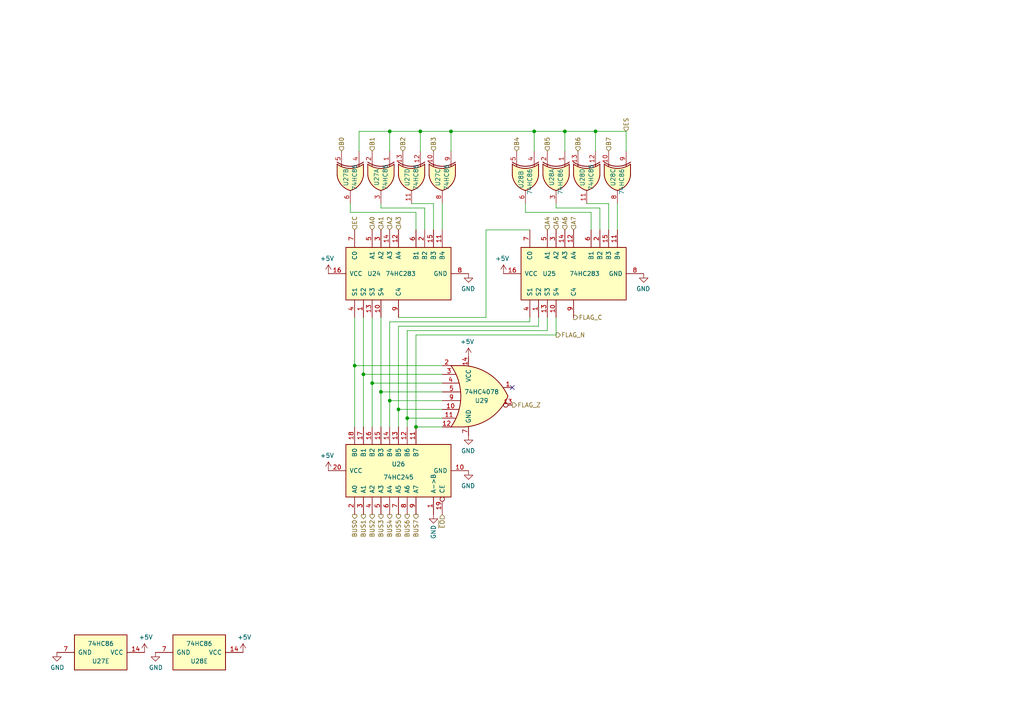
<source format=kicad_sch>
(kicad_sch (version 20211123) (generator eeschema)

  (uuid 5e186057-310c-40e8-84f7-f1bf0daca74f)

  (paper "A4")

  (title_block
    (title "Arithmetic and Logic Unit")
    (date "2023-10-27")
    (rev "2.0")
    (comment 2 "creativecommons.org/licenses/by-nc-sa/4.0/")
    (comment 3 "This work is licensed under CC BY-NC-SA 4.0")
    (comment 4 "Author: Carsten Herting (slu4)")
  )

  (lib_symbols
    (symbol "74xx:74HC86" (pin_names (offset 1.016)) (in_bom yes) (on_board yes)
      (property "Reference" "U" (id 0) (at 0 1.27 0)
        (effects (font (size 1.27 1.27)))
      )
      (property "Value" "74HC86" (id 1) (at 0 -1.27 0)
        (effects (font (size 1.27 1.27)))
      )
      (property "Footprint" "" (id 2) (at 0 0 0)
        (effects (font (size 1.27 1.27)) hide)
      )
      (property "Datasheet" "http://www.ti.com/lit/gpn/sn74HC86" (id 3) (at 0 0 0)
        (effects (font (size 1.27 1.27)) hide)
      )
      (property "ki_locked" "" (id 4) (at 0 0 0)
        (effects (font (size 1.27 1.27)))
      )
      (property "ki_keywords" "TTL XOR2" (id 5) (at 0 0 0)
        (effects (font (size 1.27 1.27)) hide)
      )
      (property "ki_description" "Quad 2-input XOR" (id 6) (at 0 0 0)
        (effects (font (size 1.27 1.27)) hide)
      )
      (property "ki_fp_filters" "DIP*W7.62mm*" (id 7) (at 0 0 0)
        (effects (font (size 1.27 1.27)) hide)
      )
      (symbol "74HC86_1_0"
        (arc (start -4.4196 -3.81) (mid -3.2033 0) (end -4.4196 3.81)
          (stroke (width 0.254) (type default) (color 0 0 0 0))
          (fill (type none))
        )
        (arc (start -3.81 -3.81) (mid -2.589 0) (end -3.81 3.81)
          (stroke (width 0.254) (type default) (color 0 0 0 0))
          (fill (type none))
        )
        (arc (start -0.6096 -3.81) (mid 2.1842 -2.5851) (end 3.81 0)
          (stroke (width 0.254) (type default) (color 0 0 0 0))
          (fill (type background))
        )
        (polyline
          (pts
            (xy -3.81 -3.81)
            (xy -0.635 -3.81)
          )
          (stroke (width 0.254) (type default) (color 0 0 0 0))
          (fill (type background))
        )
        (polyline
          (pts
            (xy -3.81 3.81)
            (xy -0.635 3.81)
          )
          (stroke (width 0.254) (type default) (color 0 0 0 0))
          (fill (type background))
        )
        (polyline
          (pts
            (xy -0.635 3.81)
            (xy -3.81 3.81)
            (xy -3.81 3.81)
            (xy -3.556 3.4036)
            (xy -3.0226 2.2606)
            (xy -2.6924 1.0414)
            (xy -2.6162 -0.254)
            (xy -2.7686 -1.4986)
            (xy -3.175 -2.7178)
            (xy -3.81 -3.81)
            (xy -3.81 -3.81)
            (xy -0.635 -3.81)
          )
          (stroke (width -25.4) (type default) (color 0 0 0 0))
          (fill (type background))
        )
        (arc (start 3.81 0) (mid 2.1915 2.5936) (end -0.6096 3.81)
          (stroke (width 0.254) (type default) (color 0 0 0 0))
          (fill (type background))
        )
        (pin input line (at -7.62 2.54 0) (length 4.445)
          (name "~" (effects (font (size 1.27 1.27))))
          (number "1" (effects (font (size 1.27 1.27))))
        )
        (pin input line (at -7.62 -2.54 0) (length 4.445)
          (name "~" (effects (font (size 1.27 1.27))))
          (number "2" (effects (font (size 1.27 1.27))))
        )
        (pin output line (at 7.62 0 180) (length 3.81)
          (name "~" (effects (font (size 1.27 1.27))))
          (number "3" (effects (font (size 1.27 1.27))))
        )
      )
      (symbol "74HC86_1_1"
        (polyline
          (pts
            (xy -3.81 -2.54)
            (xy -3.175 -2.54)
          )
          (stroke (width 0.1524) (type default) (color 0 0 0 0))
          (fill (type none))
        )
        (polyline
          (pts
            (xy -3.81 2.54)
            (xy -3.175 2.54)
          )
          (stroke (width 0.1524) (type default) (color 0 0 0 0))
          (fill (type none))
        )
      )
      (symbol "74HC86_2_0"
        (arc (start -4.4196 -3.81) (mid -3.2033 0) (end -4.4196 3.81)
          (stroke (width 0.254) (type default) (color 0 0 0 0))
          (fill (type none))
        )
        (arc (start -3.81 -3.81) (mid -2.589 0) (end -3.81 3.81)
          (stroke (width 0.254) (type default) (color 0 0 0 0))
          (fill (type none))
        )
        (arc (start -0.6096 -3.81) (mid 2.1842 -2.5851) (end 3.81 0)
          (stroke (width 0.254) (type default) (color 0 0 0 0))
          (fill (type background))
        )
        (polyline
          (pts
            (xy -3.81 -3.81)
            (xy -0.635 -3.81)
          )
          (stroke (width 0.254) (type default) (color 0 0 0 0))
          (fill (type background))
        )
        (polyline
          (pts
            (xy -3.81 3.81)
            (xy -0.635 3.81)
          )
          (stroke (width 0.254) (type default) (color 0 0 0 0))
          (fill (type background))
        )
        (polyline
          (pts
            (xy -0.635 3.81)
            (xy -3.81 3.81)
            (xy -3.81 3.81)
            (xy -3.556 3.4036)
            (xy -3.0226 2.2606)
            (xy -2.6924 1.0414)
            (xy -2.6162 -0.254)
            (xy -2.7686 -1.4986)
            (xy -3.175 -2.7178)
            (xy -3.81 -3.81)
            (xy -3.81 -3.81)
            (xy -0.635 -3.81)
          )
          (stroke (width -25.4) (type default) (color 0 0 0 0))
          (fill (type background))
        )
        (arc (start 3.81 0) (mid 2.1915 2.5936) (end -0.6096 3.81)
          (stroke (width 0.254) (type default) (color 0 0 0 0))
          (fill (type background))
        )
        (pin input line (at -7.62 2.54 0) (length 4.445)
          (name "~" (effects (font (size 1.27 1.27))))
          (number "4" (effects (font (size 1.27 1.27))))
        )
        (pin input line (at -7.62 -2.54 0) (length 4.445)
          (name "~" (effects (font (size 1.27 1.27))))
          (number "5" (effects (font (size 1.27 1.27))))
        )
        (pin output line (at 7.62 0 180) (length 3.81)
          (name "~" (effects (font (size 1.27 1.27))))
          (number "6" (effects (font (size 1.27 1.27))))
        )
      )
      (symbol "74HC86_2_1"
        (polyline
          (pts
            (xy -3.81 -2.54)
            (xy -3.175 -2.54)
          )
          (stroke (width 0.1524) (type default) (color 0 0 0 0))
          (fill (type none))
        )
        (polyline
          (pts
            (xy -3.81 2.54)
            (xy -3.175 2.54)
          )
          (stroke (width 0.1524) (type default) (color 0 0 0 0))
          (fill (type none))
        )
      )
      (symbol "74HC86_3_0"
        (arc (start -4.4196 -3.81) (mid -3.2033 0) (end -4.4196 3.81)
          (stroke (width 0.254) (type default) (color 0 0 0 0))
          (fill (type none))
        )
        (arc (start -3.81 -3.81) (mid -2.589 0) (end -3.81 3.81)
          (stroke (width 0.254) (type default) (color 0 0 0 0))
          (fill (type none))
        )
        (arc (start -0.6096 -3.81) (mid 2.1842 -2.5851) (end 3.81 0)
          (stroke (width 0.254) (type default) (color 0 0 0 0))
          (fill (type background))
        )
        (polyline
          (pts
            (xy -3.81 -3.81)
            (xy -0.635 -3.81)
          )
          (stroke (width 0.254) (type default) (color 0 0 0 0))
          (fill (type background))
        )
        (polyline
          (pts
            (xy -3.81 3.81)
            (xy -0.635 3.81)
          )
          (stroke (width 0.254) (type default) (color 0 0 0 0))
          (fill (type background))
        )
        (polyline
          (pts
            (xy -0.635 3.81)
            (xy -3.81 3.81)
            (xy -3.81 3.81)
            (xy -3.556 3.4036)
            (xy -3.0226 2.2606)
            (xy -2.6924 1.0414)
            (xy -2.6162 -0.254)
            (xy -2.7686 -1.4986)
            (xy -3.175 -2.7178)
            (xy -3.81 -3.81)
            (xy -3.81 -3.81)
            (xy -0.635 -3.81)
          )
          (stroke (width -25.4) (type default) (color 0 0 0 0))
          (fill (type background))
        )
        (arc (start 3.81 0) (mid 2.1915 2.5936) (end -0.6096 3.81)
          (stroke (width 0.254) (type default) (color 0 0 0 0))
          (fill (type background))
        )
        (pin input line (at -7.62 -2.54 0) (length 4.445)
          (name "~" (effects (font (size 1.27 1.27))))
          (number "10" (effects (font (size 1.27 1.27))))
        )
        (pin output line (at 7.62 0 180) (length 3.81)
          (name "~" (effects (font (size 1.27 1.27))))
          (number "8" (effects (font (size 1.27 1.27))))
        )
        (pin input line (at -7.62 2.54 0) (length 4.445)
          (name "~" (effects (font (size 1.27 1.27))))
          (number "9" (effects (font (size 1.27 1.27))))
        )
      )
      (symbol "74HC86_3_1"
        (polyline
          (pts
            (xy -3.81 -2.54)
            (xy -3.175 -2.54)
          )
          (stroke (width 0.1524) (type default) (color 0 0 0 0))
          (fill (type none))
        )
        (polyline
          (pts
            (xy -3.81 2.54)
            (xy -3.175 2.54)
          )
          (stroke (width 0.1524) (type default) (color 0 0 0 0))
          (fill (type none))
        )
      )
      (symbol "74HC86_4_0"
        (arc (start -4.4196 -3.81) (mid -3.2033 0) (end -4.4196 3.81)
          (stroke (width 0.254) (type default) (color 0 0 0 0))
          (fill (type none))
        )
        (arc (start -3.81 -3.81) (mid -2.589 0) (end -3.81 3.81)
          (stroke (width 0.254) (type default) (color 0 0 0 0))
          (fill (type none))
        )
        (arc (start -0.6096 -3.81) (mid 2.1842 -2.5851) (end 3.81 0)
          (stroke (width 0.254) (type default) (color 0 0 0 0))
          (fill (type background))
        )
        (polyline
          (pts
            (xy -3.81 -3.81)
            (xy -0.635 -3.81)
          )
          (stroke (width 0.254) (type default) (color 0 0 0 0))
          (fill (type background))
        )
        (polyline
          (pts
            (xy -3.81 3.81)
            (xy -0.635 3.81)
          )
          (stroke (width 0.254) (type default) (color 0 0 0 0))
          (fill (type background))
        )
        (polyline
          (pts
            (xy -0.635 3.81)
            (xy -3.81 3.81)
            (xy -3.81 3.81)
            (xy -3.556 3.4036)
            (xy -3.0226 2.2606)
            (xy -2.6924 1.0414)
            (xy -2.6162 -0.254)
            (xy -2.7686 -1.4986)
            (xy -3.175 -2.7178)
            (xy -3.81 -3.81)
            (xy -3.81 -3.81)
            (xy -0.635 -3.81)
          )
          (stroke (width -25.4) (type default) (color 0 0 0 0))
          (fill (type background))
        )
        (arc (start 3.81 0) (mid 2.1915 2.5936) (end -0.6096 3.81)
          (stroke (width 0.254) (type default) (color 0 0 0 0))
          (fill (type background))
        )
        (pin output line (at 7.62 0 180) (length 3.81)
          (name "~" (effects (font (size 1.27 1.27))))
          (number "11" (effects (font (size 1.27 1.27))))
        )
        (pin input line (at -7.62 2.54 0) (length 4.445)
          (name "~" (effects (font (size 1.27 1.27))))
          (number "12" (effects (font (size 1.27 1.27))))
        )
        (pin input line (at -7.62 -2.54 0) (length 4.445)
          (name "~" (effects (font (size 1.27 1.27))))
          (number "13" (effects (font (size 1.27 1.27))))
        )
      )
      (symbol "74HC86_4_1"
        (polyline
          (pts
            (xy -3.81 -2.54)
            (xy -3.175 -2.54)
          )
          (stroke (width 0.1524) (type default) (color 0 0 0 0))
          (fill (type none))
        )
        (polyline
          (pts
            (xy -3.81 2.54)
            (xy -3.175 2.54)
          )
          (stroke (width 0.1524) (type default) (color 0 0 0 0))
          (fill (type none))
        )
      )
      (symbol "74HC86_5_0"
        (pin power_in line (at 0 12.7 270) (length 5.08)
          (name "VCC" (effects (font (size 1.27 1.27))))
          (number "14" (effects (font (size 1.27 1.27))))
        )
        (pin power_in line (at 0 -12.7 90) (length 5.08)
          (name "GND" (effects (font (size 1.27 1.27))))
          (number "7" (effects (font (size 1.27 1.27))))
        )
      )
      (symbol "74HC86_5_1"
        (rectangle (start -5.08 7.62) (end 5.08 -7.62)
          (stroke (width 0.254) (type default) (color 0 0 0 0))
          (fill (type background))
        )
      )
    )
    (symbol "8-Bit CPU 32k:74HC245" (pin_names (offset 1.016)) (in_bom yes) (on_board yes)
      (property "Reference" "U" (id 0) (at 0 -6.35 90)
        (effects (font (size 1.27 1.27)))
      )
      (property "Value" "74HC245" (id 1) (at 0 2.54 90)
        (effects (font (size 1.27 1.27)))
      )
      (property "Footprint" "" (id 2) (at 0 0 0)
        (effects (font (size 1.27 1.27)) hide)
      )
      (property "Datasheet" "http://www.ti.com/lit/gpn/sn74HC245" (id 3) (at 0 -17.78 0)
        (effects (font (size 1.27 1.27)) hide)
      )
      (property "ki_locked" "" (id 4) (at 0 0 0)
        (effects (font (size 1.27 1.27)))
      )
      (property "ki_keywords" "HCMOS BUS 3State" (id 5) (at 0 0 0)
        (effects (font (size 1.27 1.27)) hide)
      )
      (property "ki_description" "Octal BUS Transceivers, 3-State outputs" (id 6) (at 0 0 0)
        (effects (font (size 1.27 1.27)) hide)
      )
      (property "ki_fp_filters" "DIP?20*" (id 7) (at 0 0 0)
        (effects (font (size 1.27 1.27)) hide)
      )
      (symbol "74HC245_1_0"
        (pin input line (at -12.7 -10.16 0) (length 5.08)
          (name "A->B" (effects (font (size 1.27 1.27))))
          (number "1" (effects (font (size 1.27 1.27))))
        )
        (pin power_in line (at 0 -20.32 90) (length 5.08)
          (name "GND" (effects (font (size 1.27 1.27))))
          (number "10" (effects (font (size 1.27 1.27))))
        )
        (pin input line (at 12.7 -5.08 180) (length 5.08)
          (name "B7" (effects (font (size 1.27 1.27))))
          (number "11" (effects (font (size 1.27 1.27))))
        )
        (pin input line (at 12.7 -2.54 180) (length 5.08)
          (name "B6" (effects (font (size 1.27 1.27))))
          (number "12" (effects (font (size 1.27 1.27))))
        )
        (pin input line (at 12.7 0 180) (length 5.08)
          (name "B5" (effects (font (size 1.27 1.27))))
          (number "13" (effects (font (size 1.27 1.27))))
        )
        (pin input line (at 12.7 2.54 180) (length 5.08)
          (name "B4" (effects (font (size 1.27 1.27))))
          (number "14" (effects (font (size 1.27 1.27))))
        )
        (pin input line (at 12.7 5.08 180) (length 5.08)
          (name "B3" (effects (font (size 1.27 1.27))))
          (number "15" (effects (font (size 1.27 1.27))))
        )
        (pin input line (at 12.7 7.62 180) (length 5.08)
          (name "B2" (effects (font (size 1.27 1.27))))
          (number "16" (effects (font (size 1.27 1.27))))
        )
        (pin input line (at 12.7 10.16 180) (length 5.08)
          (name "B1" (effects (font (size 1.27 1.27))))
          (number "17" (effects (font (size 1.27 1.27))))
        )
        (pin input line (at 12.7 12.7 180) (length 5.08)
          (name "B0" (effects (font (size 1.27 1.27))))
          (number "18" (effects (font (size 1.27 1.27))))
        )
        (pin input inverted (at -12.7 -12.7 0) (length 5.08)
          (name "CE" (effects (font (size 1.27 1.27))))
          (number "19" (effects (font (size 1.27 1.27))))
        )
        (pin tri_state line (at -12.7 12.7 0) (length 5.08)
          (name "A0" (effects (font (size 1.27 1.27))))
          (number "2" (effects (font (size 1.27 1.27))))
        )
        (pin power_in line (at 0 20.32 270) (length 5.08)
          (name "VCC" (effects (font (size 1.27 1.27))))
          (number "20" (effects (font (size 1.27 1.27))))
        )
        (pin tri_state line (at -12.7 10.16 0) (length 5.08)
          (name "A1" (effects (font (size 1.27 1.27))))
          (number "3" (effects (font (size 1.27 1.27))))
        )
        (pin tri_state line (at -12.7 7.62 0) (length 5.08)
          (name "A2" (effects (font (size 1.27 1.27))))
          (number "4" (effects (font (size 1.27 1.27))))
        )
        (pin tri_state line (at -12.7 5.08 0) (length 5.08)
          (name "A3" (effects (font (size 1.27 1.27))))
          (number "5" (effects (font (size 1.27 1.27))))
        )
        (pin tri_state line (at -12.7 2.54 0) (length 5.08)
          (name "A4" (effects (font (size 1.27 1.27))))
          (number "6" (effects (font (size 1.27 1.27))))
        )
        (pin tri_state line (at -12.7 0 0) (length 5.08)
          (name "A5" (effects (font (size 1.27 1.27))))
          (number "7" (effects (font (size 1.27 1.27))))
        )
        (pin tri_state line (at -12.7 -2.54 0) (length 5.08)
          (name "A6" (effects (font (size 1.27 1.27))))
          (number "8" (effects (font (size 1.27 1.27))))
        )
        (pin tri_state line (at -12.7 -5.08 0) (length 5.08)
          (name "A7" (effects (font (size 1.27 1.27))))
          (number "9" (effects (font (size 1.27 1.27))))
        )
      )
      (symbol "74HC245_1_1"
        (rectangle (start -7.62 15.24) (end 7.62 -15.24)
          (stroke (width 0.254) (type default) (color 0 0 0 0))
          (fill (type background))
        )
      )
    )
    (symbol "8-Bit CPU 32k:74HC283" (pin_names (offset 1.016)) (in_bom yes) (on_board yes)
      (property "Reference" "U" (id 0) (at 0 -5.08 90)
        (effects (font (size 1.27 1.27)))
      )
      (property "Value" "74HC283" (id 1) (at 0 3.81 90)
        (effects (font (size 1.27 1.27)))
      )
      (property "Footprint" "" (id 2) (at 0 0 0)
        (effects (font (size 1.27 1.27)) hide)
      )
      (property "Datasheet" "http://www.ti.com/lit/gpn/sn74LS283" (id 3) (at 0 0 0)
        (effects (font (size 1.27 1.27)) hide)
      )
      (property "ki_locked" "" (id 4) (at 0 0 0)
        (effects (font (size 1.27 1.27)))
      )
      (property "ki_keywords" "TTL ADD Arith ALU" (id 5) (at 0 0 0)
        (effects (font (size 1.27 1.27)) hide)
      )
      (property "ki_description" "4-bit full Adder" (id 6) (at 0 0 0)
        (effects (font (size 1.27 1.27)) hide)
      )
      (property "ki_fp_filters" "DIP?16*" (id 7) (at 0 0 0)
        (effects (font (size 1.27 1.27)) hide)
      )
      (symbol "74HC283_1_0"
        (pin output line (at 12.7 10.16 180) (length 5.08)
          (name "S2" (effects (font (size 1.27 1.27))))
          (number "1" (effects (font (size 1.27 1.27))))
        )
        (pin output line (at 12.7 5.08 180) (length 5.08)
          (name "S4" (effects (font (size 1.27 1.27))))
          (number "10" (effects (font (size 1.27 1.27))))
        )
        (pin input line (at -12.7 -12.7 0) (length 5.08)
          (name "B4" (effects (font (size 1.27 1.27))))
          (number "11" (effects (font (size 1.27 1.27))))
        )
        (pin input line (at -12.7 0 0) (length 5.08)
          (name "A4" (effects (font (size 1.27 1.27))))
          (number "12" (effects (font (size 1.27 1.27))))
        )
        (pin output line (at 12.7 7.62 180) (length 5.08)
          (name "S3" (effects (font (size 1.27 1.27))))
          (number "13" (effects (font (size 1.27 1.27))))
        )
        (pin input line (at -12.7 2.54 0) (length 5.08)
          (name "A3" (effects (font (size 1.27 1.27))))
          (number "14" (effects (font (size 1.27 1.27))))
        )
        (pin input line (at -12.7 -10.16 0) (length 5.08)
          (name "B3" (effects (font (size 1.27 1.27))))
          (number "15" (effects (font (size 1.27 1.27))))
        )
        (pin power_in line (at 0 20.32 270) (length 5.08)
          (name "VCC" (effects (font (size 1.27 1.27))))
          (number "16" (effects (font (size 1.27 1.27))))
        )
        (pin input line (at -12.7 -7.62 0) (length 5.08)
          (name "B2" (effects (font (size 1.27 1.27))))
          (number "2" (effects (font (size 1.27 1.27))))
        )
        (pin input line (at -12.7 5.08 0) (length 5.08)
          (name "A2" (effects (font (size 1.27 1.27))))
          (number "3" (effects (font (size 1.27 1.27))))
        )
        (pin output line (at 12.7 12.7 180) (length 5.08)
          (name "S1" (effects (font (size 1.27 1.27))))
          (number "4" (effects (font (size 1.27 1.27))))
        )
        (pin input line (at -12.7 7.62 0) (length 5.08)
          (name "A1" (effects (font (size 1.27 1.27))))
          (number "5" (effects (font (size 1.27 1.27))))
        )
        (pin input line (at -12.7 -5.08 0) (length 5.08)
          (name "B1" (effects (font (size 1.27 1.27))))
          (number "6" (effects (font (size 1.27 1.27))))
        )
        (pin input line (at -12.7 12.7 0) (length 5.08)
          (name "C0" (effects (font (size 1.27 1.27))))
          (number "7" (effects (font (size 1.27 1.27))))
        )
        (pin power_in line (at 0 -20.32 90) (length 5.08)
          (name "GND" (effects (font (size 1.27 1.27))))
          (number "8" (effects (font (size 1.27 1.27))))
        )
        (pin output line (at 12.7 0 180) (length 5.08)
          (name "C4" (effects (font (size 1.27 1.27))))
          (number "9" (effects (font (size 1.27 1.27))))
        )
      )
      (symbol "74HC283_1_1"
        (rectangle (start -7.62 15.24) (end 7.62 -15.24)
          (stroke (width 0.254) (type default) (color 0 0 0 0))
          (fill (type background))
        )
      )
    )
    (symbol "8-Bit CPU 32k:74HC4078" (pin_names (offset 1.016)) (in_bom yes) (on_board yes)
      (property "Reference" "U" (id 0) (at 3.81 -1.27 0)
        (effects (font (size 1.27 1.27)))
      )
      (property "Value" "74HC4078" (id 1) (at 3.81 1.27 0)
        (effects (font (size 1.27 1.27)))
      )
      (property "Footprint" "" (id 2) (at -5.08 -5.08 0)
        (effects (font (size 1.27 1.27)) hide)
      )
      (property "Datasheet" "" (id 3) (at -5.08 -5.08 0)
        (effects (font (size 1.27 1.27)) hide)
      )
      (property "ki_fp_filters" "DIP?12*" (id 4) (at 0 0 0)
        (effects (font (size 1.27 1.27)) hide)
      )
      (symbol "74HC4078_1_0"
        (pin power_in line (at 0 11.43 270) (length 2.54)
          (name "VCC" (effects (font (size 1.27 1.27))))
          (number "14" (effects (font (size 1.27 1.27))))
        )
        (pin no_connect line (at 5.08 -12.7 90) (length 5.588) hide
          (name "~" (effects (font (size 1.27 1.27))))
          (number "6" (effects (font (size 1.27 1.27))))
        )
        (pin power_in line (at 0 -11.43 90) (length 2.54)
          (name "GND" (effects (font (size 1.27 1.27))))
          (number "7" (effects (font (size 1.27 1.27))))
        )
        (pin no_connect line (at 5.08 12.7 270) (length 5.588) hide
          (name "~" (effects (font (size 1.27 1.27))))
          (number "8" (effects (font (size 1.27 1.27))))
        )
      )
      (symbol "74HC4078_1_1"
        (arc (start -5.08 -8.89) (mid -2.2344 0) (end -5.08 8.89)
          (stroke (width 0.254) (type default) (color 0 0 0 0))
          (fill (type none))
        )
        (arc (start -1.27 -8.89) (mid 6.3678 -6.2847) (end 11.43 0)
          (stroke (width 0.254) (type default) (color 0 0 0 0))
          (fill (type background))
        )
        (polyline
          (pts
            (xy -5.08 -8.89)
            (xy -1.27 -8.89)
          )
          (stroke (width 0.254) (type default) (color 0 0 0 0))
          (fill (type background))
        )
        (polyline
          (pts
            (xy -5.08 8.89)
            (xy -1.27 8.89)
          )
          (stroke (width 0.254) (type default) (color 0 0 0 0))
          (fill (type background))
        )
        (polyline
          (pts
            (xy -1.27 8.89)
            (xy -5.08 8.89)
            (xy -5.08 8.89)
            (xy -3.81 6.858)
            (xy -3.048 5.334)
            (xy -2.54 2.54)
            (xy -2.286 0)
            (xy -2.54 -3.175)
            (xy -3.556 -6.096)
            (xy -5.08 -8.89)
            (xy -5.08 -8.89)
            (xy -1.27 -8.89)
          )
          (stroke (width -25.4) (type default) (color 0 0 0 0))
          (fill (type background))
        )
        (arc (start 11.43 0) (mid 6.3244 6.2228) (end -1.27 8.89)
          (stroke (width 0.254) (type default) (color 0 0 0 0))
          (fill (type background))
        )
        (pin output line (at 12.7 2.54 180) (length 2.54)
          (name "~" (effects (font (size 1.27 1.27))))
          (number "1" (effects (font (size 1.27 1.27))))
        )
        (pin input line (at -7.62 -3.81 0) (length 4.826)
          (name "~" (effects (font (size 1.27 1.27))))
          (number "10" (effects (font (size 1.27 1.27))))
        )
        (pin input line (at -7.62 -6.35 0) (length 3.937)
          (name "~" (effects (font (size 1.27 1.27))))
          (number "11" (effects (font (size 1.27 1.27))))
        )
        (pin input line (at -7.62 -8.89 0) (length 2.54)
          (name "~" (effects (font (size 1.27 1.27))))
          (number "12" (effects (font (size 1.27 1.27))))
        )
        (pin output inverted (at 12.7 -2.54 180) (length 2.54)
          (name "~" (effects (font (size 1.27 1.27))))
          (number "13" (effects (font (size 1.27 1.27))))
        )
        (pin input line (at -7.62 8.89 0) (length 2.54)
          (name "~" (effects (font (size 1.27 1.27))))
          (number "2" (effects (font (size 1.27 1.27))))
        )
        (pin input line (at -7.62 6.35 0) (length 3.937)
          (name "~" (effects (font (size 1.27 1.27))))
          (number "3" (effects (font (size 1.27 1.27))))
        )
        (pin input line (at -7.62 3.81 0) (length 4.826)
          (name "~" (effects (font (size 1.27 1.27))))
          (number "4" (effects (font (size 1.27 1.27))))
        )
        (pin input line (at -7.62 1.27 0) (length 5.334)
          (name "~" (effects (font (size 1.27 1.27))))
          (number "5" (effects (font (size 1.27 1.27))))
        )
        (pin input line (at -7.62 -1.27 0) (length 5.334)
          (name "~" (effects (font (size 1.27 1.27))))
          (number "9" (effects (font (size 1.27 1.27))))
        )
      )
      (symbol "74HC4078_1_2"
        (arc (start -3.81 -4.445) (mid -2.5908 0) (end -3.81 4.445)
          (stroke (width 0.254) (type default) (color 0 0 0 0))
          (fill (type none))
        )
        (arc (start -0.6096 -4.445) (mid 2.2246 -2.8422) (end 3.81 0)
          (stroke (width 0.254) (type default) (color 0 0 0 0))
          (fill (type background))
        )
        (polyline
          (pts
            (xy -3.81 -4.445)
            (xy -0.635 -4.445)
          )
          (stroke (width 0.254) (type default) (color 0 0 0 0))
          (fill (type background))
        )
        (polyline
          (pts
            (xy -3.81 4.445)
            (xy -0.635 4.445)
          )
          (stroke (width 0.254) (type default) (color 0 0 0 0))
          (fill (type background))
        )
        (polyline
          (pts
            (xy -0.635 4.445)
            (xy -3.81 4.445)
            (xy -3.81 4.445)
            (xy -3.6322 4.0894)
            (xy -3.0988 2.921)
            (xy -2.7686 1.6764)
            (xy -2.6162 0.4318)
            (xy -2.6416 -0.8636)
            (xy -2.8702 -2.1082)
            (xy -3.2512 -3.3274)
            (xy -3.81 -4.445)
            (xy -3.81 -4.445)
            (xy -0.635 -4.445)
          )
          (stroke (width -25.4) (type default) (color 0 0 0 0))
          (fill (type background))
        )
        (arc (start 3.81 0) (mid 2.2204 2.8379) (end -0.6096 4.445)
          (stroke (width 0.254) (type default) (color 0 0 0 0))
          (fill (type background))
        )
        (pin input inverted (at -7.62 3.81 0) (length 3.81)
          (name "~" (effects (font (size 1.27 1.27))))
          (number "1" (effects (font (size 1.27 1.27))))
        )
        (pin input inverted (at -7.62 1.27 0) (length 4.826)
          (name "~" (effects (font (size 1.27 1.27))))
          (number "2" (effects (font (size 1.27 1.27))))
        )
        (pin input inverted (at -7.62 -1.27 0) (length 4.826)
          (name "~" (effects (font (size 1.27 1.27))))
          (number "4" (effects (font (size 1.27 1.27))))
        )
        (pin input inverted (at -7.62 -3.81 0) (length 3.81)
          (name "~" (effects (font (size 1.27 1.27))))
          (number "5" (effects (font (size 1.27 1.27))))
        )
        (pin output inverted (at 7.62 0 180) (length 3.81)
          (name "~" (effects (font (size 1.27 1.27))))
          (number "6" (effects (font (size 1.27 1.27))))
        )
      )
    )
    (symbol "power:+5V" (power) (pin_names (offset 0)) (in_bom yes) (on_board yes)
      (property "Reference" "#PWR" (id 0) (at 0 -3.81 0)
        (effects (font (size 1.27 1.27)) hide)
      )
      (property "Value" "+5V" (id 1) (at 0 3.556 0)
        (effects (font (size 1.27 1.27)))
      )
      (property "Footprint" "" (id 2) (at 0 0 0)
        (effects (font (size 1.27 1.27)) hide)
      )
      (property "Datasheet" "" (id 3) (at 0 0 0)
        (effects (font (size 1.27 1.27)) hide)
      )
      (property "ki_keywords" "power-flag" (id 4) (at 0 0 0)
        (effects (font (size 1.27 1.27)) hide)
      )
      (property "ki_description" "Power symbol creates a global label with name \"+5V\"" (id 5) (at 0 0 0)
        (effects (font (size 1.27 1.27)) hide)
      )
      (symbol "+5V_0_1"
        (polyline
          (pts
            (xy -0.762 1.27)
            (xy 0 2.54)
          )
          (stroke (width 0) (type default) (color 0 0 0 0))
          (fill (type none))
        )
        (polyline
          (pts
            (xy 0 0)
            (xy 0 2.54)
          )
          (stroke (width 0) (type default) (color 0 0 0 0))
          (fill (type none))
        )
        (polyline
          (pts
            (xy 0 2.54)
            (xy 0.762 1.27)
          )
          (stroke (width 0) (type default) (color 0 0 0 0))
          (fill (type none))
        )
      )
      (symbol "+5V_1_1"
        (pin power_in line (at 0 0 90) (length 0) hide
          (name "+5V" (effects (font (size 1.27 1.27))))
          (number "1" (effects (font (size 1.27 1.27))))
        )
      )
    )
    (symbol "power:GND" (power) (pin_names (offset 0)) (in_bom yes) (on_board yes)
      (property "Reference" "#PWR" (id 0) (at 0 -6.35 0)
        (effects (font (size 1.27 1.27)) hide)
      )
      (property "Value" "GND" (id 1) (at 0 -3.81 0)
        (effects (font (size 1.27 1.27)))
      )
      (property "Footprint" "" (id 2) (at 0 0 0)
        (effects (font (size 1.27 1.27)) hide)
      )
      (property "Datasheet" "" (id 3) (at 0 0 0)
        (effects (font (size 1.27 1.27)) hide)
      )
      (property "ki_keywords" "power-flag" (id 4) (at 0 0 0)
        (effects (font (size 1.27 1.27)) hide)
      )
      (property "ki_description" "Power symbol creates a global label with name \"GND\" , ground" (id 5) (at 0 0 0)
        (effects (font (size 1.27 1.27)) hide)
      )
      (symbol "GND_0_1"
        (polyline
          (pts
            (xy 0 0)
            (xy 0 -1.27)
            (xy 1.27 -1.27)
            (xy 0 -2.54)
            (xy -1.27 -1.27)
            (xy 0 -1.27)
          )
          (stroke (width 0) (type default) (color 0 0 0 0))
          (fill (type none))
        )
      )
      (symbol "GND_1_1"
        (pin power_in line (at 0 0 270) (length 0) hide
          (name "GND" (effects (font (size 1.27 1.27))))
          (number "1" (effects (font (size 1.27 1.27))))
        )
      )
    )
  )

  (junction (at 113.03 38.1) (diameter 0) (color 0 0 0 0)
    (uuid 0786c2da-4d64-473a-b3a5-ee2c2cb75eb8)
  )
  (junction (at 102.87 106.045) (diameter 0) (color 0 0 0 0)
    (uuid 1181d64b-6675-4fbb-8696-2508d18b9ae5)
  )
  (junction (at 154.94 38.1) (diameter 0) (color 0 0 0 0)
    (uuid 206bedb1-a4cb-4a9c-b3bd-a666eb7cca5c)
  )
  (junction (at 121.92 38.1) (diameter 0) (color 0 0 0 0)
    (uuid 20c0066e-33f8-4978-beaf-c4558527b05e)
  )
  (junction (at 120.65 123.825) (diameter 0) (color 0 0 0 0)
    (uuid 226e502b-5ddd-4fdb-91a8-82885c332c64)
  )
  (junction (at 163.83 38.1) (diameter 0) (color 0 0 0 0)
    (uuid 269b6e0c-388b-4379-a53e-3016440a633d)
  )
  (junction (at 115.57 118.745) (diameter 0) (color 0 0 0 0)
    (uuid 3a17071f-cf76-4c09-8a07-c0ce8d216c75)
  )
  (junction (at 110.49 113.665) (diameter 0) (color 0 0 0 0)
    (uuid 48fa5834-615d-4ea0-b47c-140742026762)
  )
  (junction (at 107.95 111.125) (diameter 0) (color 0 0 0 0)
    (uuid 5e10ea95-323d-4125-a610-4010e471c32a)
  )
  (junction (at 118.11 121.285) (diameter 0) (color 0 0 0 0)
    (uuid 6997f616-085e-4ab3-a4c4-b7cfbbfe9b27)
  )
  (junction (at 105.41 108.585) (diameter 0) (color 0 0 0 0)
    (uuid d1dfd7cc-6d12-42b1-ba15-109c8a0fdb9d)
  )
  (junction (at 172.72 38.1) (diameter 0) (color 0 0 0 0)
    (uuid dce2e172-57d6-4743-aa86-c30f74167530)
  )
  (junction (at 113.03 116.205) (diameter 0) (color 0 0 0 0)
    (uuid efd5f03d-93a0-48dc-855c-4ae47cb7de93)
  )
  (junction (at 130.81 38.1) (diameter 0) (color 0 0 0 0)
    (uuid f41b857e-6c17-449f-81ca-4895a063a3c9)
  )

  (no_connect (at 148.59 112.395) (uuid 12dc56a4-c841-4ce0-8e57-5d6c5c7f3854))

  (wire (pts (xy 130.81 38.1) (xy 154.94 38.1))
    (stroke (width 0) (type default) (color 0 0 0 0))
    (uuid 000adf84-4ce7-4410-931b-179bc417dfc3)
  )
  (wire (pts (xy 110.49 60.325) (xy 123.19 60.325))
    (stroke (width 0) (type default) (color 0 0 0 0))
    (uuid 02e5535f-5af6-48e8-a143-a04c323245c0)
  )
  (wire (pts (xy 128.27 116.205) (xy 113.03 116.205))
    (stroke (width 0) (type default) (color 0 0 0 0))
    (uuid 08fa69c8-ecc4-4f50-a2cc-63f88c3c2ee4)
  )
  (wire (pts (xy 110.49 92.075) (xy 110.49 113.665))
    (stroke (width 0) (type default) (color 0 0 0 0))
    (uuid 0ea56668-58e7-4903-a109-0409b04173ae)
  )
  (wire (pts (xy 115.57 94.615) (xy 115.57 118.745))
    (stroke (width 0) (type default) (color 0 0 0 0))
    (uuid 1420ed51-6e81-45a5-9a39-e108fca69862)
  )
  (wire (pts (xy 173.99 66.675) (xy 173.99 60.325))
    (stroke (width 0) (type default) (color 0 0 0 0))
    (uuid 1a55b2d9-5fce-4489-9555-709e7d83fd97)
  )
  (wire (pts (xy 121.92 38.1) (xy 113.03 38.1))
    (stroke (width 0) (type default) (color 0 0 0 0))
    (uuid 1d448bc1-f24c-4a72-bd55-35944490b217)
  )
  (wire (pts (xy 123.19 66.675) (xy 123.19 60.325))
    (stroke (width 0) (type default) (color 0 0 0 0))
    (uuid 21bcd1f2-668e-4a3c-abd9-7ec6789584ab)
  )
  (wire (pts (xy 128.27 121.285) (xy 118.11 121.285))
    (stroke (width 0) (type default) (color 0 0 0 0))
    (uuid 2461fb56-89cf-4d2f-a426-4b899a9f5100)
  )
  (wire (pts (xy 156.21 94.615) (xy 115.57 94.615))
    (stroke (width 0) (type default) (color 0 0 0 0))
    (uuid 27dd5953-272d-409a-aa89-b5b63bf223fa)
  )
  (wire (pts (xy 107.95 111.125) (xy 107.95 123.825))
    (stroke (width 0) (type default) (color 0 0 0 0))
    (uuid 30063090-22ba-4eff-bed1-da950922777e)
  )
  (wire (pts (xy 118.11 121.285) (xy 118.11 123.825))
    (stroke (width 0) (type default) (color 0 0 0 0))
    (uuid 388aeef3-03ad-45cf-9a92-2beae9770d38)
  )
  (wire (pts (xy 161.29 97.155) (xy 120.65 97.155))
    (stroke (width 0) (type default) (color 0 0 0 0))
    (uuid 436398cd-1553-4969-b600-2c957bdb72ed)
  )
  (wire (pts (xy 104.14 38.1) (xy 113.03 38.1))
    (stroke (width 0) (type default) (color 0 0 0 0))
    (uuid 43699f54-05df-4fd3-8005-015b0e6e83ee)
  )
  (wire (pts (xy 153.67 93.345) (xy 113.03 93.345))
    (stroke (width 0) (type default) (color 0 0 0 0))
    (uuid 4a0e73eb-eac9-4b37-966f-3d92deb12f6a)
  )
  (wire (pts (xy 172.72 38.1) (xy 163.83 38.1))
    (stroke (width 0) (type default) (color 0 0 0 0))
    (uuid 4ad11e33-8597-494f-a0d4-3a65a9215d82)
  )
  (wire (pts (xy 173.99 60.325) (xy 161.29 60.325))
    (stroke (width 0) (type default) (color 0 0 0 0))
    (uuid 4d4aac59-467e-4d34-bbfc-ca2c96002aae)
  )
  (wire (pts (xy 179.07 66.675) (xy 179.07 59.055))
    (stroke (width 0) (type default) (color 0 0 0 0))
    (uuid 4e9761af-2bc8-4844-90b0-ddacfb4f3349)
  )
  (wire (pts (xy 128.27 66.675) (xy 128.27 59.055))
    (stroke (width 0) (type default) (color 0 0 0 0))
    (uuid 4fc2b8ef-da34-4a88-b30d-34a350881885)
  )
  (wire (pts (xy 105.41 92.075) (xy 105.41 108.585))
    (stroke (width 0) (type default) (color 0 0 0 0))
    (uuid 513d3217-b9d6-4d8a-809e-55f1054662f3)
  )
  (wire (pts (xy 181.61 38.1) (xy 172.72 38.1))
    (stroke (width 0) (type default) (color 0 0 0 0))
    (uuid 546846b6-250c-46d9-9985-51514d9f2ce3)
  )
  (wire (pts (xy 152.4 61.595) (xy 171.45 61.595))
    (stroke (width 0) (type default) (color 0 0 0 0))
    (uuid 5b2eec61-61a4-4b74-8465-d2f05ef710dd)
  )
  (wire (pts (xy 130.81 38.1) (xy 121.92 38.1))
    (stroke (width 0) (type default) (color 0 0 0 0))
    (uuid 5bd4665d-6785-425c-8b9a-24666ec1cf6b)
  )
  (wire (pts (xy 113.03 93.345) (xy 113.03 116.205))
    (stroke (width 0) (type default) (color 0 0 0 0))
    (uuid 5c9266d3-180c-4dbb-a723-7660f849a37e)
  )
  (wire (pts (xy 128.27 111.125) (xy 107.95 111.125))
    (stroke (width 0) (type default) (color 0 0 0 0))
    (uuid 62666d41-1dd3-4b8e-936b-1c314e1f9337)
  )
  (wire (pts (xy 110.49 59.055) (xy 110.49 60.325))
    (stroke (width 0) (type default) (color 0 0 0 0))
    (uuid 640d80e1-c42f-4c72-b7c8-98000d093d7f)
  )
  (wire (pts (xy 101.6 61.595) (xy 101.6 59.055))
    (stroke (width 0) (type default) (color 0 0 0 0))
    (uuid 65247d47-12c2-4e58-a392-7d55c229f60f)
  )
  (wire (pts (xy 128.27 123.825) (xy 120.65 123.825))
    (stroke (width 0) (type default) (color 0 0 0 0))
    (uuid 65937c12-cac8-4cc5-84ff-3cbcea988cb4)
  )
  (wire (pts (xy 102.87 106.045) (xy 102.87 123.825))
    (stroke (width 0) (type default) (color 0 0 0 0))
    (uuid 6744c572-f0e5-41bb-aa93-5f8a066ecbed)
  )
  (wire (pts (xy 120.65 61.595) (xy 101.6 61.595))
    (stroke (width 0) (type default) (color 0 0 0 0))
    (uuid 683956e3-770f-474e-81fc-e57846ee8a8c)
  )
  (wire (pts (xy 104.14 43.815) (xy 104.14 38.1))
    (stroke (width 0) (type default) (color 0 0 0 0))
    (uuid 69356f4a-2314-40f2-b8c8-99e171db88cd)
  )
  (wire (pts (xy 154.94 43.815) (xy 154.94 38.1))
    (stroke (width 0) (type default) (color 0 0 0 0))
    (uuid 6a2d725b-3ce5-4ced-af1b-3f559d9356d8)
  )
  (wire (pts (xy 105.41 108.585) (xy 105.41 123.825))
    (stroke (width 0) (type default) (color 0 0 0 0))
    (uuid 6be97a5b-5c94-4115-8bdf-d4ff070c2a22)
  )
  (wire (pts (xy 118.11 95.885) (xy 118.11 121.285))
    (stroke (width 0) (type default) (color 0 0 0 0))
    (uuid 6cae428a-a389-4a3f-a23b-47db8abe5646)
  )
  (wire (pts (xy 115.57 92.075) (xy 140.97 92.075))
    (stroke (width 0) (type default) (color 0 0 0 0))
    (uuid 6dada01e-4549-42d9-8f7a-97cfbc37df7b)
  )
  (wire (pts (xy 153.67 92.075) (xy 153.67 93.345))
    (stroke (width 0) (type default) (color 0 0 0 0))
    (uuid 721cc54d-0867-46f7-aa60-266ad50cccec)
  )
  (wire (pts (xy 113.03 38.1) (xy 113.03 43.815))
    (stroke (width 0) (type default) (color 0 0 0 0))
    (uuid 730e72e9-aede-42ea-8ea6-25d23ba7cf14)
  )
  (wire (pts (xy 163.83 38.1) (xy 154.94 38.1))
    (stroke (width 0) (type default) (color 0 0 0 0))
    (uuid 75858647-0a8b-461a-8561-bf4620162297)
  )
  (wire (pts (xy 161.29 92.075) (xy 161.29 97.155))
    (stroke (width 0) (type default) (color 0 0 0 0))
    (uuid 7ccf9b75-3695-404d-98cd-a0b0dbf419bd)
  )
  (wire (pts (xy 152.4 59.055) (xy 152.4 61.595))
    (stroke (width 0) (type default) (color 0 0 0 0))
    (uuid 80771262-1a23-4750-9b3c-040496ebaee2)
  )
  (wire (pts (xy 120.65 97.155) (xy 120.65 123.825))
    (stroke (width 0) (type default) (color 0 0 0 0))
    (uuid 836dd38a-8849-4916-9680-a1f966a79dc5)
  )
  (wire (pts (xy 170.18 59.055) (xy 176.53 59.055))
    (stroke (width 0) (type default) (color 0 0 0 0))
    (uuid 83e21401-502e-4f89-b147-7e105bbc8095)
  )
  (wire (pts (xy 161.29 60.325) (xy 161.29 59.055))
    (stroke (width 0) (type default) (color 0 0 0 0))
    (uuid 84ee205d-5c71-4320-b3d8-37ccf98bd2ed)
  )
  (wire (pts (xy 120.65 66.675) (xy 120.65 61.595))
    (stroke (width 0) (type default) (color 0 0 0 0))
    (uuid 858d9df2-4ff0-474f-9752-0ba45cd12376)
  )
  (wire (pts (xy 140.97 92.075) (xy 140.97 66.675))
    (stroke (width 0) (type default) (color 0 0 0 0))
    (uuid 92a901ee-7cec-459d-b7ff-65252cb7fba2)
  )
  (wire (pts (xy 113.03 116.205) (xy 113.03 123.825))
    (stroke (width 0) (type default) (color 0 0 0 0))
    (uuid 92b3fc43-b6af-42c7-99e7-f2d32c39e457)
  )
  (wire (pts (xy 121.92 43.815) (xy 121.92 38.1))
    (stroke (width 0) (type default) (color 0 0 0 0))
    (uuid 92c939ea-12f5-4f2c-a3dd-f764b2ec854d)
  )
  (wire (pts (xy 107.95 92.075) (xy 107.95 111.125))
    (stroke (width 0) (type default) (color 0 0 0 0))
    (uuid 9590bfb9-973a-4826-81e4-c28165006361)
  )
  (wire (pts (xy 156.21 92.075) (xy 156.21 94.615))
    (stroke (width 0) (type default) (color 0 0 0 0))
    (uuid 9b9d8c10-ba64-49cd-ad2e-acdf78833ab8)
  )
  (wire (pts (xy 102.87 92.075) (xy 102.87 106.045))
    (stroke (width 0) (type default) (color 0 0 0 0))
    (uuid 9e6f21df-e5b6-4059-8733-be7be88c47a6)
  )
  (wire (pts (xy 115.57 118.745) (xy 115.57 123.825))
    (stroke (width 0) (type default) (color 0 0 0 0))
    (uuid a7c65b7a-15ea-49e1-9c65-c27006051e13)
  )
  (wire (pts (xy 128.27 108.585) (xy 105.41 108.585))
    (stroke (width 0) (type default) (color 0 0 0 0))
    (uuid ac65841d-76c9-43c6-9c5b-9a694739e606)
  )
  (wire (pts (xy 130.81 43.815) (xy 130.81 38.1))
    (stroke (width 0) (type default) (color 0 0 0 0))
    (uuid b09f4758-7135-4192-8caa-79174efe10f6)
  )
  (wire (pts (xy 110.49 113.665) (xy 110.49 123.825))
    (stroke (width 0) (type default) (color 0 0 0 0))
    (uuid b45cdec5-f02e-463d-b327-62ecfc9b26e4)
  )
  (wire (pts (xy 158.75 92.075) (xy 158.75 95.885))
    (stroke (width 0) (type default) (color 0 0 0 0))
    (uuid b4679f9d-348e-4761-b604-9c9ca3d5028a)
  )
  (wire (pts (xy 125.73 66.675) (xy 125.73 59.055))
    (stroke (width 0) (type default) (color 0 0 0 0))
    (uuid b816d3d8-900f-45e6-adc5-4c755ad32a5e)
  )
  (wire (pts (xy 128.27 113.665) (xy 110.49 113.665))
    (stroke (width 0) (type default) (color 0 0 0 0))
    (uuid bc4a96ec-9c21-4ea3-ad73-15fd741f3310)
  )
  (wire (pts (xy 163.83 43.815) (xy 163.83 38.1))
    (stroke (width 0) (type default) (color 0 0 0 0))
    (uuid d821f9e3-4971-41c8-b10e-ccbe85df8472)
  )
  (wire (pts (xy 128.27 106.045) (xy 102.87 106.045))
    (stroke (width 0) (type default) (color 0 0 0 0))
    (uuid d964beba-db80-4610-a829-50021ea66157)
  )
  (wire (pts (xy 181.61 43.815) (xy 181.61 38.1))
    (stroke (width 0) (type default) (color 0 0 0 0))
    (uuid dde4c6af-9166-4000-93e6-49cdb00f018e)
  )
  (wire (pts (xy 158.75 95.885) (xy 118.11 95.885))
    (stroke (width 0) (type default) (color 0 0 0 0))
    (uuid e0280838-c198-48ed-b997-71c12ac41fc5)
  )
  (wire (pts (xy 128.27 118.745) (xy 115.57 118.745))
    (stroke (width 0) (type default) (color 0 0 0 0))
    (uuid e0f2fd59-b7c1-42c1-a388-07f649a802d1)
  )
  (wire (pts (xy 172.72 43.815) (xy 172.72 38.1))
    (stroke (width 0) (type default) (color 0 0 0 0))
    (uuid eae84a20-9250-4cb2-a31c-3ecb9b2be6d5)
  )
  (wire (pts (xy 140.97 66.675) (xy 153.67 66.675))
    (stroke (width 0) (type default) (color 0 0 0 0))
    (uuid ed1f1ea0-beb4-4acf-9d86-b2826b4c10e3)
  )
  (wire (pts (xy 171.45 61.595) (xy 171.45 66.675))
    (stroke (width 0) (type default) (color 0 0 0 0))
    (uuid f5fb4c34-ab2b-4999-8847-c81d675ab7c1)
  )
  (wire (pts (xy 176.53 59.055) (xy 176.53 66.675))
    (stroke (width 0) (type default) (color 0 0 0 0))
    (uuid f772a3b7-9605-4ffb-9408-264aa2de2802)
  )
  (wire (pts (xy 125.73 59.055) (xy 119.38 59.055))
    (stroke (width 0) (type default) (color 0 0 0 0))
    (uuid ff23f81a-ca90-4475-8054-7d4209f11c0b)
  )

  (hierarchical_label "FLAG_Z" (shape output) (at 148.59 117.475 0)
    (effects (font (size 1.27 1.27)) (justify left))
    (uuid 1690127b-1bca-4132-85b7-9bff9660d99a)
  )
  (hierarchical_label "A2" (shape input) (at 113.03 66.675 90)
    (effects (font (size 1.27 1.27)) (justify left))
    (uuid 2847252b-134c-4104-a8ba-f72be0e3fb2c)
  )
  (hierarchical_label "A6" (shape input) (at 163.83 66.675 90)
    (effects (font (size 1.27 1.27)) (justify left))
    (uuid 33498c96-a8d4-47b9-8a2e-c926bebe502a)
  )
  (hierarchical_label "B5" (shape input) (at 158.75 43.815 90)
    (effects (font (size 1.27 1.27)) (justify left))
    (uuid 37bb8740-b10b-410b-a211-11e623ee8028)
  )
  (hierarchical_label "B0" (shape input) (at 99.06 43.815 90)
    (effects (font (size 1.27 1.27)) (justify left))
    (uuid 38e4cd49-6230-4c49-9294-0c552d6db96e)
  )
  (hierarchical_label "B4" (shape input) (at 149.86 43.815 90)
    (effects (font (size 1.27 1.27)) (justify left))
    (uuid 3d46e794-2c7e-47a4-8ea0-20be9ef81e02)
  )
  (hierarchical_label "A1" (shape input) (at 110.49 66.675 90)
    (effects (font (size 1.27 1.27)) (justify left))
    (uuid 4ce5cab1-d83d-4929-a042-352cf5299b44)
  )
  (hierarchical_label "EC" (shape input) (at 102.87 66.675 90)
    (effects (font (size 1.27 1.27)) (justify left))
    (uuid 5692c3c4-e15a-47f9-a123-a48c8bf2ca9a)
  )
  (hierarchical_label "B1" (shape input) (at 107.95 43.815 90)
    (effects (font (size 1.27 1.27)) (justify left))
    (uuid 62edf3c5-3754-4c80-a157-fb5fda4e2c9c)
  )
  (hierarchical_label "BUS1" (shape output) (at 105.41 149.225 270)
    (effects (font (size 1.27 1.27)) (justify right))
    (uuid 67a3960b-93aa-411a-ae72-144b97ac08f1)
  )
  (hierarchical_label "~{EO}" (shape input) (at 128.27 149.225 270)
    (effects (font (size 1.27 1.27)) (justify right))
    (uuid 6a039483-ec4f-4dcc-ba1d-754282601527)
  )
  (hierarchical_label "BUS5" (shape output) (at 115.57 149.225 270)
    (effects (font (size 1.27 1.27)) (justify right))
    (uuid 6a18dbbe-89a8-427b-9add-77a6ed2c0d99)
  )
  (hierarchical_label "A3" (shape input) (at 115.57 66.675 90)
    (effects (font (size 1.27 1.27)) (justify left))
    (uuid 7e3fd7d2-a7b0-4b93-a7f9-362268e6657c)
  )
  (hierarchical_label "FLAG_C" (shape output) (at 166.37 92.075 0)
    (effects (font (size 1.27 1.27)) (justify left))
    (uuid 7f36c108-8add-404c-8b23-4102170a35f9)
  )
  (hierarchical_label "A5" (shape input) (at 161.29 66.675 90)
    (effects (font (size 1.27 1.27)) (justify left))
    (uuid 881b7af4-6beb-4c64-963a-0708fe6044f1)
  )
  (hierarchical_label "BUS2" (shape output) (at 107.95 149.225 270)
    (effects (font (size 1.27 1.27)) (justify right))
    (uuid 93233c70-9005-4960-96e7-a7ee5fd6ad2d)
  )
  (hierarchical_label "BUS7" (shape output) (at 120.65 149.225 270)
    (effects (font (size 1.27 1.27)) (justify right))
    (uuid 98b7474f-0eae-4fc0-9136-04de1d5608ab)
  )
  (hierarchical_label "BUS3" (shape output) (at 110.49 149.225 270)
    (effects (font (size 1.27 1.27)) (justify right))
    (uuid a499a2e3-6e13-4c08-9a19-7b4ad32afd2e)
  )
  (hierarchical_label "ES" (shape input) (at 181.61 38.1 90)
    (effects (font (size 1.27 1.27)) (justify left))
    (uuid aecadd81-ca45-40b4-b64c-e619c225b93e)
  )
  (hierarchical_label "A7" (shape input) (at 166.37 66.675 90)
    (effects (font (size 1.27 1.27)) (justify left))
    (uuid bcc94eab-d572-4ceb-ae1b-7511229d1095)
  )
  (hierarchical_label "BUS6" (shape output) (at 118.11 149.225 270)
    (effects (font (size 1.27 1.27)) (justify right))
    (uuid bf3b11d2-1582-4f08-980a-2403ff4ad060)
  )
  (hierarchical_label "FLAG_N" (shape output) (at 161.29 97.155 0)
    (effects (font (size 1.27 1.27)) (justify left))
    (uuid c16d8967-a18d-44be-afc6-510adc191103)
  )
  (hierarchical_label "B6" (shape input) (at 167.64 43.815 90)
    (effects (font (size 1.27 1.27)) (justify left))
    (uuid c9e95045-e7dc-4db8-9e1f-2c578f9db728)
  )
  (hierarchical_label "BUS0" (shape output) (at 102.87 149.225 270)
    (effects (font (size 1.27 1.27)) (justify right))
    (uuid f07f612c-6df0-4757-9b9b-f39060c3bcbd)
  )
  (hierarchical_label "B7" (shape input) (at 176.53 43.815 90)
    (effects (font (size 1.27 1.27)) (justify left))
    (uuid f29243cf-39f1-49c2-b749-196f5c885b8c)
  )
  (hierarchical_label "BUS4" (shape output) (at 113.03 149.225 270)
    (effects (font (size 1.27 1.27)) (justify right))
    (uuid f6008ea9-6e81-4946-851e-33c308cfe6fc)
  )
  (hierarchical_label "B2" (shape input) (at 116.84 43.815 90)
    (effects (font (size 1.27 1.27)) (justify left))
    (uuid f6a6d9ce-7e51-40d1-bec1-5ce8cb09c178)
  )
  (hierarchical_label "B3" (shape input) (at 125.73 43.815 90)
    (effects (font (size 1.27 1.27)) (justify left))
    (uuid f6e6b6bb-721d-4934-b751-fb3de3ef07d8)
  )
  (hierarchical_label "A0" (shape input) (at 107.95 66.675 90)
    (effects (font (size 1.27 1.27)) (justify left))
    (uuid f7881b6f-101d-4fcf-9d84-acef1254f09d)
  )
  (hierarchical_label "A4" (shape input) (at 158.75 66.675 90)
    (effects (font (size 1.27 1.27)) (justify left))
    (uuid fac957dc-ebe8-4417-be4c-6ce92fb79dda)
  )

  (symbol (lib_id "74xx:74HC86") (at 29.21 189.23 270) (unit 5)
    (in_bom yes) (on_board yes)
    (uuid 00000000-0000-0000-0000-00005f5229c8)
    (property "Reference" "U27" (id 0) (at 29.21 191.77 90))
    (property "Value" "74HC86" (id 1) (at 29.21 186.69 90))
    (property "Footprint" "Package_DIP:DIP-14_W7.62mm" (id 2) (at 29.21 189.23 0)
      (effects (font (size 1.27 1.27)) hide)
    )
    (property "Datasheet" "http://www.ti.com/lit/gpn/sn74HC86" (id 3) (at 29.21 189.23 0)
      (effects (font (size 1.27 1.27)) hide)
    )
    (pin "1" (uuid 591fd851-c148-48c6-bfd1-687946060e6a))
    (pin "2" (uuid fd9d7d17-c832-4102-bb33-838463efe3cb))
    (pin "3" (uuid 6120ff5c-21e0-47d7-9d99-6978033e137e))
    (pin "4" (uuid bb2e1b1b-6b19-4f9b-b816-53f152204d75))
    (pin "5" (uuid 203d4882-32d2-49f3-8cdc-6d1e27bcc1b3))
    (pin "6" (uuid 7761290a-fb31-4365-9b25-45a2cb5ad117))
    (pin "10" (uuid 1ab8e06a-8816-4d2a-977e-fa1fcb761550))
    (pin "8" (uuid 6a6dff16-9a0a-4639-bb69-ab946fa18d36))
    (pin "9" (uuid 3c6ee472-a4c1-49d5-ae64-e173c17f1b6e))
    (pin "11" (uuid 547d3019-5dd6-4fda-b630-aff2e0a4c7a4))
    (pin "12" (uuid 34e24d8b-ff25-44d4-bbd2-9d89e1ad9197))
    (pin "13" (uuid d4ef33f3-8ff6-4786-bc85-86519ac2a679))
    (pin "14" (uuid b1e5906d-39e6-4ca7-96cf-c03c4cf4a55a))
    (pin "7" (uuid 936a8d67-3681-4ebb-8c24-16d97170bf49))
  )

  (symbol (lib_id "74xx:74HC86") (at 57.785 189.23 270) (unit 5)
    (in_bom yes) (on_board yes)
    (uuid 00000000-0000-0000-0000-00005f523d3a)
    (property "Reference" "U28" (id 0) (at 57.785 191.77 90))
    (property "Value" "74HC86" (id 1) (at 57.785 186.69 90))
    (property "Footprint" "Package_DIP:DIP-14_W7.62mm" (id 2) (at 57.785 189.23 0)
      (effects (font (size 1.27 1.27)) hide)
    )
    (property "Datasheet" "http://www.ti.com/lit/gpn/sn74HC86" (id 3) (at 57.785 189.23 0)
      (effects (font (size 1.27 1.27)) hide)
    )
    (pin "1" (uuid b39dcae9-dbf6-4196-8db3-4eedbe224a59))
    (pin "2" (uuid 544a9191-7cff-4eb9-a6e6-14cc1986032b))
    (pin "3" (uuid a3569981-0937-4bd8-8c38-210040ea89ce))
    (pin "4" (uuid 5bc39aba-b3cf-4ebe-84c0-dedc62ce5687))
    (pin "5" (uuid 36f13e90-f36a-4e61-bf52-69c3ea71718b))
    (pin "6" (uuid 815b1ae6-692c-4a9a-870b-da22c904823a))
    (pin "10" (uuid bbb4846c-bc8b-4505-b958-b0843f90b9a1))
    (pin "8" (uuid df063605-3ed8-400f-821a-06e52ebd553b))
    (pin "9" (uuid 65bd82e4-2bc4-4d63-b660-972ac00b96e5))
    (pin "11" (uuid c1b7398b-cb8c-4362-a700-856029e4c4ca))
    (pin "12" (uuid 86be84a1-d335-46b1-b83b-453db9eb022c))
    (pin "13" (uuid af165a7e-9135-47f3-838a-84699af0a77e))
    (pin "14" (uuid 26697e27-4ae7-496b-8b9a-cc9b534a13e8))
    (pin "7" (uuid 5da9ede6-27b9-4975-85b5-80a51627ea37))
  )

  (symbol (lib_id "power:GND") (at 16.51 189.23 0) (unit 1)
    (in_bom yes) (on_board yes)
    (uuid 00000000-0000-0000-0000-00005f538161)
    (property "Reference" "#PWR0141" (id 0) (at 16.51 195.58 0)
      (effects (font (size 1.27 1.27)) hide)
    )
    (property "Value" "GND" (id 1) (at 16.637 193.6242 0))
    (property "Footprint" "" (id 2) (at 16.51 189.23 0)
      (effects (font (size 1.27 1.27)) hide)
    )
    (property "Datasheet" "" (id 3) (at 16.51 189.23 0)
      (effects (font (size 1.27 1.27)) hide)
    )
    (pin "1" (uuid edd54ad0-3336-46b4-b620-8555d9f877f3))
  )

  (symbol (lib_id "power:GND") (at 45.085 189.23 0) (unit 1)
    (in_bom yes) (on_board yes)
    (uuid 00000000-0000-0000-0000-00005f5384e9)
    (property "Reference" "#PWR0145" (id 0) (at 45.085 195.58 0)
      (effects (font (size 1.27 1.27)) hide)
    )
    (property "Value" "GND" (id 1) (at 45.212 193.6242 0))
    (property "Footprint" "" (id 2) (at 45.085 189.23 0)
      (effects (font (size 1.27 1.27)) hide)
    )
    (property "Datasheet" "" (id 3) (at 45.085 189.23 0)
      (effects (font (size 1.27 1.27)) hide)
    )
    (pin "1" (uuid d0469add-894c-4499-badb-24882b8639c8))
  )

  (symbol (lib_id "power:+5V") (at 70.485 189.23 0) (unit 1)
    (in_bom yes) (on_board yes)
    (uuid 00000000-0000-0000-0000-00005f5394e7)
    (property "Reference" "#PWR0148" (id 0) (at 70.485 193.04 0)
      (effects (font (size 1.27 1.27)) hide)
    )
    (property "Value" "+5V" (id 1) (at 70.866 184.8358 0))
    (property "Footprint" "" (id 2) (at 70.485 189.23 0)
      (effects (font (size 1.27 1.27)) hide)
    )
    (property "Datasheet" "" (id 3) (at 70.485 189.23 0)
      (effects (font (size 1.27 1.27)) hide)
    )
    (pin "1" (uuid ad0e22a4-d70e-4378-94e5-b2d2a1571840))
  )

  (symbol (lib_id "power:+5V") (at 41.91 189.23 0) (unit 1)
    (in_bom yes) (on_board yes)
    (uuid 00000000-0000-0000-0000-00005f539e97)
    (property "Reference" "#PWR0143" (id 0) (at 41.91 193.04 0)
      (effects (font (size 1.27 1.27)) hide)
    )
    (property "Value" "+5V" (id 1) (at 42.291 184.8358 0))
    (property "Footprint" "" (id 2) (at 41.91 189.23 0)
      (effects (font (size 1.27 1.27)) hide)
    )
    (property "Datasheet" "" (id 3) (at 41.91 189.23 0)
      (effects (font (size 1.27 1.27)) hide)
    )
    (pin "1" (uuid e7e610c5-663c-4e32-9a53-4f9583642d34))
  )

  (symbol (lib_id "power:GND") (at 125.73 149.225 0) (mirror y) (unit 1)
    (in_bom yes) (on_board yes)
    (uuid 00000000-0000-0000-0000-00005f7fbff7)
    (property "Reference" "#PWR0153" (id 0) (at 125.73 155.575 0)
      (effects (font (size 1.27 1.27)) hide)
    )
    (property "Value" "GND" (id 1) (at 125.73 154.305 90))
    (property "Footprint" "" (id 2) (at 125.73 149.225 0)
      (effects (font (size 1.27 1.27)) hide)
    )
    (property "Datasheet" "" (id 3) (at 125.73 149.225 0)
      (effects (font (size 1.27 1.27)) hide)
    )
    (pin "1" (uuid d310a28d-02c2-4caa-a7db-3d8fb0b37edb))
  )

  (symbol (lib_id "power:GND") (at 135.89 79.375 0) (mirror y) (unit 1)
    (in_bom yes) (on_board yes)
    (uuid 00000000-0000-0000-0000-00005f7fc568)
    (property "Reference" "#PWR0151" (id 0) (at 135.89 85.725 0)
      (effects (font (size 1.27 1.27)) hide)
    )
    (property "Value" "GND" (id 1) (at 135.763 83.7692 0))
    (property "Footprint" "" (id 2) (at 135.89 79.375 0)
      (effects (font (size 1.27 1.27)) hide)
    )
    (property "Datasheet" "" (id 3) (at 135.89 79.375 0)
      (effects (font (size 1.27 1.27)) hide)
    )
    (pin "1" (uuid cd52f0fd-eb62-4829-abcf-313db790c01d))
  )

  (symbol (lib_id "power:GND") (at 186.69 79.375 0) (mirror y) (unit 1)
    (in_bom yes) (on_board yes)
    (uuid 00000000-0000-0000-0000-00005f7fcba0)
    (property "Reference" "#PWR0147" (id 0) (at 186.69 85.725 0)
      (effects (font (size 1.27 1.27)) hide)
    )
    (property "Value" "GND" (id 1) (at 186.563 83.7692 0))
    (property "Footprint" "" (id 2) (at 186.69 79.375 0)
      (effects (font (size 1.27 1.27)) hide)
    )
    (property "Datasheet" "" (id 3) (at 186.69 79.375 0)
      (effects (font (size 1.27 1.27)) hide)
    )
    (pin "1" (uuid 45e81933-16e7-49e3-8894-f9433d31662d))
  )

  (symbol (lib_id "power:GND") (at 135.89 136.525 0) (mirror y) (unit 1)
    (in_bom yes) (on_board yes)
    (uuid 00000000-0000-0000-0000-00005f7fcfbc)
    (property "Reference" "#PWR0152" (id 0) (at 135.89 142.875 0)
      (effects (font (size 1.27 1.27)) hide)
    )
    (property "Value" "GND" (id 1) (at 135.763 140.9192 0))
    (property "Footprint" "" (id 2) (at 135.89 136.525 0)
      (effects (font (size 1.27 1.27)) hide)
    )
    (property "Datasheet" "" (id 3) (at 135.89 136.525 0)
      (effects (font (size 1.27 1.27)) hide)
    )
    (pin "1" (uuid d19cf9f9-92f8-40a6-bd0f-274cffb9c4e3))
  )

  (symbol (lib_id "power:+5V") (at 146.05 79.375 0) (mirror y) (unit 1)
    (in_bom yes) (on_board yes)
    (uuid 00000000-0000-0000-0000-00005f7fd37a)
    (property "Reference" "#PWR0150" (id 0) (at 146.05 83.185 0)
      (effects (font (size 1.27 1.27)) hide)
    )
    (property "Value" "+5V" (id 1) (at 145.669 74.9808 0))
    (property "Footprint" "" (id 2) (at 146.05 79.375 0)
      (effects (font (size 1.27 1.27)) hide)
    )
    (property "Datasheet" "" (id 3) (at 146.05 79.375 0)
      (effects (font (size 1.27 1.27)) hide)
    )
    (pin "1" (uuid cc29163f-6251-41e1-8581-e9f5a81aa8da))
  )

  (symbol (lib_id "power:+5V") (at 95.25 79.375 0) (mirror y) (unit 1)
    (in_bom yes) (on_board yes)
    (uuid 00000000-0000-0000-0000-00005f7fdc57)
    (property "Reference" "#PWR0154" (id 0) (at 95.25 83.185 0)
      (effects (font (size 1.27 1.27)) hide)
    )
    (property "Value" "+5V" (id 1) (at 94.869 74.9808 0))
    (property "Footprint" "" (id 2) (at 95.25 79.375 0)
      (effects (font (size 1.27 1.27)) hide)
    )
    (property "Datasheet" "" (id 3) (at 95.25 79.375 0)
      (effects (font (size 1.27 1.27)) hide)
    )
    (pin "1" (uuid 8feb67c1-0dfa-4969-9067-e0aa15f0fd24))
  )

  (symbol (lib_id "power:+5V") (at 95.25 136.525 0) (mirror y) (unit 1)
    (in_bom yes) (on_board yes)
    (uuid 00000000-0000-0000-0000-00005f7fe169)
    (property "Reference" "#PWR0155" (id 0) (at 95.25 140.335 0)
      (effects (font (size 1.27 1.27)) hide)
    )
    (property "Value" "+5V" (id 1) (at 94.869 132.1308 0))
    (property "Footprint" "" (id 2) (at 95.25 136.525 0)
      (effects (font (size 1.27 1.27)) hide)
    )
    (property "Datasheet" "" (id 3) (at 95.25 136.525 0)
      (effects (font (size 1.27 1.27)) hide)
    )
    (pin "1" (uuid 97a68c5c-82c0-438e-a5da-40d833b70ea3))
  )

  (symbol (lib_id "74xx:74HC86") (at 161.29 51.435 270) (unit 1)
    (in_bom yes) (on_board yes)
    (uuid 00000000-0000-0000-0000-00005f82176d)
    (property "Reference" "U28" (id 0) (at 160.02 51.435 0))
    (property "Value" "74HC86" (id 1) (at 162.56 52.705 0))
    (property "Footprint" "Package_DIP:DIP-14_W7.62mm" (id 2) (at 161.29 51.435 0)
      (effects (font (size 1.27 1.27)) hide)
    )
    (property "Datasheet" "http://www.ti.com/lit/gpn/sn74HC86" (id 3) (at 161.29 51.435 0)
      (effects (font (size 1.27 1.27)) hide)
    )
    (pin "1" (uuid 3d631111-1c8f-462f-aa6e-b3d9e3f53678))
    (pin "2" (uuid 2fb6a9a6-8a76-4540-bc69-6da5d3303a17))
    (pin "3" (uuid 29ee5b96-2dfc-4e5a-a53b-c8c6017ffdcb))
    (pin "4" (uuid c0e578b6-8388-4f6b-a7ab-3f0b1b2ba4b1))
    (pin "5" (uuid 83a520a9-e927-4684-b087-9ad9cf607f11))
    (pin "6" (uuid ef029744-d2d4-47cc-b1b5-a779d4f5965a))
    (pin "10" (uuid e47a811f-6a7f-45b6-aa72-e8be7453cc64))
    (pin "8" (uuid 08644054-bf31-4a44-96e9-842c58019d42))
    (pin "9" (uuid 4384bb22-0c86-4cee-a76b-b746028adf39))
    (pin "11" (uuid a1c70cdd-9552-42e5-a04e-5ce8e5ded2d9))
    (pin "12" (uuid c213e3c2-4db7-47aa-b78d-5ac6ded42f17))
    (pin "13" (uuid 750b9cc4-e60d-465b-af57-fd0380febdb9))
    (pin "14" (uuid e4f0d59f-e0c6-4158-9fbf-3b36be1c5782))
    (pin "7" (uuid f6bf42fe-bf76-4c29-9803-08541e692adc))
  )

  (symbol (lib_id "74xx:74HC86") (at 152.4 51.435 270) (unit 2)
    (in_bom yes) (on_board yes)
    (uuid 00000000-0000-0000-0000-00005f825276)
    (property "Reference" "U28" (id 0) (at 151.13 52.07 0))
    (property "Value" "74HC86" (id 1) (at 153.67 52.705 0))
    (property "Footprint" "Package_DIP:DIP-14_W7.62mm" (id 2) (at 152.4 51.435 0)
      (effects (font (size 1.27 1.27)) hide)
    )
    (property "Datasheet" "http://www.ti.com/lit/gpn/sn74HC86" (id 3) (at 152.4 51.435 0)
      (effects (font (size 1.27 1.27)) hide)
    )
    (pin "1" (uuid bdc040d7-f41e-411d-abaf-b42589d4155c))
    (pin "2" (uuid 7524cbce-bd7c-498f-8df8-c243ba937da2))
    (pin "3" (uuid f3c4eafe-1d57-45d8-8703-3f41b1f12bb0))
    (pin "4" (uuid c259acb6-323b-4888-bbf2-b03ba4a41d36))
    (pin "5" (uuid d93a86b5-3967-4afe-b716-5089fdcc3550))
    (pin "6" (uuid 899013d5-37aa-4d1b-bbad-fdb651ddad5c))
    (pin "10" (uuid 7eb7ae95-c2f4-4a60-bf45-bc00a13acfc9))
    (pin "8" (uuid 61f20842-daef-4d6a-84fc-472e6c2cbe56))
    (pin "9" (uuid 03728408-7208-429f-a42c-c3c14160e182))
    (pin "11" (uuid c65c287c-15f1-4cad-9e34-8e2fa6c28042))
    (pin "12" (uuid 308435dc-aac7-474e-a986-78d7c814f1f0))
    (pin "13" (uuid 0c71faa4-4e8f-4d93-a961-9c5b5763f4c8))
    (pin "14" (uuid c2f4991d-f47a-4903-9071-2b89db1fbb2b))
    (pin "7" (uuid 0c6d3adb-0466-401c-9068-ed4fb5d185d5))
  )

  (symbol (lib_id "74xx:74HC86") (at 179.07 51.435 270) (unit 3)
    (in_bom yes) (on_board yes)
    (uuid 00000000-0000-0000-0000-00005f8270a9)
    (property "Reference" "U28" (id 0) (at 177.8 51.435 0))
    (property "Value" "74HC86" (id 1) (at 180.34 52.705 0))
    (property "Footprint" "Package_DIP:DIP-14_W7.62mm" (id 2) (at 179.07 51.435 0)
      (effects (font (size 1.27 1.27)) hide)
    )
    (property "Datasheet" "http://www.ti.com/lit/gpn/sn74HC86" (id 3) (at 179.07 51.435 0)
      (effects (font (size 1.27 1.27)) hide)
    )
    (pin "1" (uuid 80631492-b084-4f35-aeda-51134b325cdb))
    (pin "2" (uuid 063a22e5-d19b-4548-b3af-576aa048b751))
    (pin "3" (uuid bf432c04-f677-4a30-b597-a110ea4e95f2))
    (pin "4" (uuid 7af51c46-8048-44a0-8cec-40d10b61cc43))
    (pin "5" (uuid 4f62e875-ff85-4c36-a937-5794299053d4))
    (pin "6" (uuid bf8da521-22fc-436f-ad52-d2f51171fb74))
    (pin "10" (uuid bfe10d01-a773-4202-b218-42d79c99503b))
    (pin "8" (uuid 85ce592f-f166-43b9-841d-7e2c0fcc1be1))
    (pin "9" (uuid fabe3eee-3680-4709-ae34-c9379ec43b42))
    (pin "11" (uuid 3e2a7c96-78a0-4836-a262-0d90bcfbbbb5))
    (pin "12" (uuid 359f3a90-17b2-46b7-a2dd-e5b5f1196750))
    (pin "13" (uuid 63f6e0bc-ea7b-463b-ab27-3029d8e64890))
    (pin "14" (uuid d1de939c-91e8-4261-893d-df56b520e10b))
    (pin "7" (uuid 7f20a231-0ac7-46d7-9bc8-2f4600f12276))
  )

  (symbol (lib_id "74xx:74HC86") (at 170.18 51.435 270) (unit 4)
    (in_bom yes) (on_board yes)
    (uuid 00000000-0000-0000-0000-00005f828d45)
    (property "Reference" "U28" (id 0) (at 168.91 51.435 0))
    (property "Value" "74HC86" (id 1) (at 171.45 51.435 0))
    (property "Footprint" "Package_DIP:DIP-14_W7.62mm" (id 2) (at 170.18 51.435 0)
      (effects (font (size 1.27 1.27)) hide)
    )
    (property "Datasheet" "http://www.ti.com/lit/gpn/sn74HC86" (id 3) (at 170.18 51.435 0)
      (effects (font (size 1.27 1.27)) hide)
    )
    (pin "1" (uuid 47f1b020-eebf-4b29-a1d3-928a626efdf4))
    (pin "2" (uuid 887a58ac-0661-4511-a1eb-7fe875af07d5))
    (pin "3" (uuid b82d9df8-5a4b-4530-a2c1-d1f6a7daeda6))
    (pin "4" (uuid 433f7c25-9e50-40aa-a48a-c2ceccae8973))
    (pin "5" (uuid 7fa01887-20c3-43f9-bf47-becf5eb75390))
    (pin "6" (uuid 243f972c-5e4c-4013-a1f5-2ab868191995))
    (pin "10" (uuid 81e54ea9-c9d6-4796-9e5b-2de8ec53f506))
    (pin "8" (uuid bc0af0f2-a74b-491b-96ea-d3656e6b6e48))
    (pin "9" (uuid 23f0cf6b-fbeb-4c20-bf70-74d63867fd55))
    (pin "11" (uuid 0866d611-cc65-4c95-9934-8ee3a503d8d1))
    (pin "12" (uuid f659a8fc-768e-4555-908a-3c0e4d199b62))
    (pin "13" (uuid 44d7f290-2294-4318-a009-7fd120dc8bc0))
    (pin "14" (uuid 59cef361-7adc-46c8-ae96-9516a0a69d9f))
    (pin "7" (uuid 8c5e1955-1d59-4726-bf9d-8be26bb53709))
  )

  (symbol (lib_id "74xx:74HC86") (at 110.49 51.435 270) (unit 1)
    (in_bom yes) (on_board yes)
    (uuid 00000000-0000-0000-0000-00005f847955)
    (property "Reference" "U27" (id 0) (at 109.22 51.435 0))
    (property "Value" "74HC86" (id 1) (at 111.76 51.435 0))
    (property "Footprint" "Package_DIP:DIP-14_W7.62mm" (id 2) (at 110.49 51.435 0)
      (effects (font (size 1.27 1.27)) hide)
    )
    (property "Datasheet" "http://www.ti.com/lit/gpn/sn74HC86" (id 3) (at 110.49 51.435 0)
      (effects (font (size 1.27 1.27)) hide)
    )
    (pin "1" (uuid 1a913e20-62b6-41c7-8098-34ec836f7113))
    (pin "2" (uuid dc0ba4c3-6d27-4977-b79c-f98bef19b48f))
    (pin "3" (uuid df4d0e2b-1156-4894-8759-8804e8eedf28))
    (pin "4" (uuid 4025d69c-6568-4120-bfa1-e5aaafc01244))
    (pin "5" (uuid 4ec1396d-ed4d-447e-bfc4-c0603ef45b6e))
    (pin "6" (uuid 71e6d393-1a84-4e59-90a3-2afb5f3653bf))
    (pin "10" (uuid e7435e0c-52e0-462d-87b0-c8af3af27d2e))
    (pin "8" (uuid 6afe97db-6a32-4278-818e-5f8f8bdd17b8))
    (pin "9" (uuid ce09479a-8b94-4ab2-83c7-3c09b4977154))
    (pin "11" (uuid f67c24b4-a68d-4668-ab85-c4ad8dabe595))
    (pin "12" (uuid b97719cd-5af5-40c3-a367-b847c3f9c4a1))
    (pin "13" (uuid bd248e02-61e0-460d-8f07-669143de5d3b))
    (pin "14" (uuid 1d73fc31-39eb-4431-953d-8eeb190eecf8))
    (pin "7" (uuid 9e487b4f-a092-419f-b962-6b99947180be))
  )

  (symbol (lib_id "74xx:74HC86") (at 101.6 51.435 270) (unit 2)
    (in_bom yes) (on_board yes)
    (uuid 00000000-0000-0000-0000-00005f848a59)
    (property "Reference" "U27" (id 0) (at 100.33 51.435 0))
    (property "Value" "74HC86" (id 1) (at 102.87 51.435 0))
    (property "Footprint" "Package_DIP:DIP-14_W7.62mm" (id 2) (at 101.6 51.435 0)
      (effects (font (size 1.27 1.27)) hide)
    )
    (property "Datasheet" "http://www.ti.com/lit/gpn/sn74HC86" (id 3) (at 101.6 51.435 0)
      (effects (font (size 1.27 1.27)) hide)
    )
    (pin "1" (uuid 8798c084-b034-4c9a-a2f0-794f3aeac659))
    (pin "2" (uuid a57cf797-cb68-4104-a377-81505ee44dec))
    (pin "3" (uuid 0f202679-cb0a-41d8-9660-2d196b85538c))
    (pin "4" (uuid 97abdbc3-f054-42ec-bedc-7c2b4264d431))
    (pin "5" (uuid ef58ab38-a200-4388-b216-1c54770ac03b))
    (pin "6" (uuid ec849a7e-6131-4fea-9991-506ec36340aa))
    (pin "10" (uuid 9617edbd-68f9-496c-998a-b38055a1bdcc))
    (pin "8" (uuid 3db7b84e-d4fc-4932-ba6e-fc1bc2a3322a))
    (pin "9" (uuid a5d49c16-4f23-42c4-b464-ee0a72414c6f))
    (pin "11" (uuid f2796526-0984-4aa9-a925-ae8e15e59900))
    (pin "12" (uuid 375be383-7aba-415b-983a-f73b19b67aac))
    (pin "13" (uuid 6fb7b5ae-03d5-4f28-bc99-d183697c7d83))
    (pin "14" (uuid 2316694e-300b-449c-add4-9fbe8dfe2f22))
    (pin "7" (uuid e5d21159-bfb7-42b1-8475-d77e7bd20d90))
  )

  (symbol (lib_id "74xx:74HC86") (at 128.27 51.435 270) (unit 3)
    (in_bom yes) (on_board yes)
    (uuid 00000000-0000-0000-0000-00005f849ce8)
    (property "Reference" "U27" (id 0) (at 127 51.435 0))
    (property "Value" "74HC86" (id 1) (at 129.54 51.435 0))
    (property "Footprint" "Package_DIP:DIP-14_W7.62mm" (id 2) (at 128.27 51.435 0)
      (effects (font (size 1.27 1.27)) hide)
    )
    (property "Datasheet" "http://www.ti.com/lit/gpn/sn74HC86" (id 3) (at 128.27 51.435 0)
      (effects (font (size 1.27 1.27)) hide)
    )
    (pin "1" (uuid 0937bf63-6d9c-4565-8d33-35ac813d84d8))
    (pin "2" (uuid 6f0aa10f-ffbf-45e4-8e23-81d8269a4708))
    (pin "3" (uuid 4926c5b4-687a-45fa-9989-28a0f6888762))
    (pin "4" (uuid a5c0fcb1-04cb-45af-9ec0-9ce9cebed487))
    (pin "5" (uuid fc73acfd-3ee9-4f7a-bb39-a77b43ad8a94))
    (pin "6" (uuid 64f57edc-a2bf-4292-abca-042840d7bd33))
    (pin "10" (uuid e37ba253-02db-486e-aeaf-cb7039348ab6))
    (pin "8" (uuid 3e4e8640-87de-4220-85f7-ff50e0457da6))
    (pin "9" (uuid 5f839e0f-b768-4534-82ca-67e3e7a1dbdd))
    (pin "11" (uuid 3c667c86-e183-4411-992e-b275d81602df))
    (pin "12" (uuid 1f8db79b-68ab-4f82-9bea-e0d0ce8a7056))
    (pin "13" (uuid e5f3f997-4712-469e-81c1-08cd3e884130))
    (pin "14" (uuid b3a40aa1-b0c7-4e98-8388-ea34f22783fb))
    (pin "7" (uuid bdcaf5b3-ced1-4198-aa29-96c7f36546c0))
  )

  (symbol (lib_id "74xx:74HC86") (at 119.38 51.435 270) (unit 4)
    (in_bom yes) (on_board yes)
    (uuid 00000000-0000-0000-0000-00005f84ad01)
    (property "Reference" "U27" (id 0) (at 118.11 51.435 0))
    (property "Value" "74HC86" (id 1) (at 120.65 51.435 0))
    (property "Footprint" "Package_DIP:DIP-14_W7.62mm" (id 2) (at 119.38 51.435 0)
      (effects (font (size 1.27 1.27)) hide)
    )
    (property "Datasheet" "http://www.ti.com/lit/gpn/sn74HC86" (id 3) (at 119.38 51.435 0)
      (effects (font (size 1.27 1.27)) hide)
    )
    (pin "1" (uuid bd773e42-a2ce-47bc-8bf0-afae2cc5340c))
    (pin "2" (uuid 5c51c780-70f5-4ee0-9709-a86f822175ed))
    (pin "3" (uuid 45ecf4a8-907c-41f8-8e51-84849c566b76))
    (pin "4" (uuid 16054917-42fe-4b0c-ba22-0cc1e5a8d06d))
    (pin "5" (uuid 0b1185c1-8569-49f1-a4da-582752d6c8e1))
    (pin "6" (uuid 5bb6b5e3-d04b-4396-a0bc-1fccf345be14))
    (pin "10" (uuid 05273c43-864c-4437-84a1-74f14845a817))
    (pin "8" (uuid 4840de4e-768c-451b-a167-3e4fe8a3a428))
    (pin "9" (uuid fc589a5a-68d8-4e1b-8e2e-9571d9e0fa7f))
    (pin "11" (uuid 249ba5f2-b710-4904-b5bc-86658a0d5f8c))
    (pin "12" (uuid e63a7eae-0bb5-4c69-acfd-ec670a0b5f9a))
    (pin "13" (uuid 1503e401-a709-4f3c-a29d-abe323ecae6f))
    (pin "14" (uuid 605d71f3-1a5c-4cd8-a5c8-af5f47eee42c))
    (pin "7" (uuid e8e300c2-83bd-4189-9290-2ab01ce47e98))
  )

  (symbol (lib_id "8-Bit CPU 32k:74HC283") (at 115.57 79.375 90) (mirror x) (unit 1)
    (in_bom yes) (on_board yes)
    (uuid 00000000-0000-0000-0000-000060c784dd)
    (property "Reference" "U24" (id 0) (at 110.49 79.375 90)
      (effects (font (size 1.27 1.27)) (justify left))
    )
    (property "Value" "74HC283" (id 1) (at 120.65 79.375 90)
      (effects (font (size 1.27 1.27)) (justify left))
    )
    (property "Footprint" "Package_DIP:DIP-16_W7.62mm" (id 2) (at 115.57 79.375 0)
      (effects (font (size 1.27 1.27)) hide)
    )
    (property "Datasheet" "http://www.ti.com/lit/gpn/sn74LS283" (id 3) (at 115.57 79.375 0)
      (effects (font (size 1.27 1.27)) hide)
    )
    (pin "1" (uuid e326a856-123c-4e95-93e1-2e277b710caf))
    (pin "10" (uuid da504d9c-5c60-4690-8f20-03ceeeb490d9))
    (pin "11" (uuid 97911e97-a7d6-43c5-85cb-1bec482a92c0))
    (pin "12" (uuid 57381490-cef4-467d-bfe2-7ec367cb7455))
    (pin "13" (uuid a2f97a4e-99e4-4900-a282-a1c089d64abb))
    (pin "14" (uuid baf36ad7-9be1-4ddc-a60b-b38838336bde))
    (pin "15" (uuid 3a65067f-a07e-4b3b-ab91-cc727a811b38))
    (pin "16" (uuid 5bad9c00-d60b-4e58-817e-82b4309ae937))
    (pin "2" (uuid 0b1c9c14-1ea8-4873-aa96-8dc6cc2b48e8))
    (pin "3" (uuid 472eb4bd-3e6f-41e2-82d8-9ad5cbc3541f))
    (pin "4" (uuid 1c9404db-1b7a-481b-a18a-129093c926d9))
    (pin "5" (uuid 9c43e85d-42fe-4c55-9fe9-7728af3288a9))
    (pin "6" (uuid f347862a-6c4a-4aec-9c07-0b9c49749e8b))
    (pin "7" (uuid e748f5ee-2aae-4b6a-8204-970d7d447521))
    (pin "8" (uuid 8414bd44-946a-4c42-9b7a-9214cfec6fdd))
    (pin "9" (uuid d745276c-b28c-48b5-9b20-3f0049ed6f3e))
  )

  (symbol (lib_id "8-Bit CPU 32k:74HC283") (at 166.37 79.375 90) (mirror x) (unit 1)
    (in_bom yes) (on_board yes)
    (uuid 00000000-0000-0000-0000-000060c7a01a)
    (property "Reference" "U25" (id 0) (at 161.29 79.375 90)
      (effects (font (size 1.27 1.27)) (justify left))
    )
    (property "Value" "74HC283" (id 1) (at 173.99 79.375 90)
      (effects (font (size 1.27 1.27)) (justify left))
    )
    (property "Footprint" "Package_DIP:DIP-16_W7.62mm" (id 2) (at 166.37 79.375 0)
      (effects (font (size 1.27 1.27)) hide)
    )
    (property "Datasheet" "http://www.ti.com/lit/gpn/sn74LS283" (id 3) (at 166.37 79.375 0)
      (effects (font (size 1.27 1.27)) hide)
    )
    (pin "1" (uuid 1536a7d8-4f4e-483c-b47d-85b3c5816911))
    (pin "10" (uuid a1c609a9-a587-4264-9452-df78efb1c80a))
    (pin "11" (uuid e5496379-19ce-4a0b-954b-00950af89693))
    (pin "12" (uuid 407058c9-db50-4861-a62e-6e73b6fbd536))
    (pin "13" (uuid 10fadcac-44dd-417f-8eac-903135110bbb))
    (pin "14" (uuid bcf09417-67ba-4014-a9cd-4898cb5e9a95))
    (pin "15" (uuid e7b592e4-4666-4917-95fc-5af8a9781449))
    (pin "16" (uuid 5b30a0b2-18b1-4cf0-a73e-20b3f64a4f42))
    (pin "2" (uuid 6efdf711-4f0f-48cc-8fe1-2e0c063ae35d))
    (pin "3" (uuid e693a079-b9fb-4d45-a8ad-316bbdaa7711))
    (pin "4" (uuid 64981248-e054-433e-9879-9f7fa91f3161))
    (pin "5" (uuid 1d64f79c-3ca2-4119-92f6-f5227ee4b3ef))
    (pin "6" (uuid 08a1a6af-606f-4855-8583-da938d56e151))
    (pin "7" (uuid d4946b4e-625b-45ae-a74e-eb40c9f8d273))
    (pin "8" (uuid a99fa89a-5803-486a-8c38-4c95ffa35615))
    (pin "9" (uuid 1114c843-e279-43b6-aa00-9b9746af0584))
  )

  (symbol (lib_id "power:GND") (at 135.89 126.365 0) (mirror y) (unit 1)
    (in_bom yes) (on_board yes)
    (uuid 4261877a-5278-4a98-b712-22a862139154)
    (property "Reference" "#PWR034" (id 0) (at 135.89 132.715 0)
      (effects (font (size 1.27 1.27)) hide)
    )
    (property "Value" "GND" (id 1) (at 135.763 130.7592 0))
    (property "Footprint" "" (id 2) (at 135.89 126.365 0)
      (effects (font (size 1.27 1.27)) hide)
    )
    (property "Datasheet" "" (id 3) (at 135.89 126.365 0)
      (effects (font (size 1.27 1.27)) hide)
    )
    (pin "1" (uuid 6fc4372d-7de2-4a47-85e2-9b5be0d02f03))
  )

  (symbol (lib_id "power:+5V") (at 135.89 103.505 0) (mirror y) (unit 1)
    (in_bom yes) (on_board yes)
    (uuid 5394f77e-17f8-4360-aabb-51fde96a412d)
    (property "Reference" "#PWR033" (id 0) (at 135.89 107.315 0)
      (effects (font (size 1.27 1.27)) hide)
    )
    (property "Value" "+5V" (id 1) (at 135.509 99.1108 0))
    (property "Footprint" "" (id 2) (at 135.89 103.505 0)
      (effects (font (size 1.27 1.27)) hide)
    )
    (property "Datasheet" "" (id 3) (at 135.89 103.505 0)
      (effects (font (size 1.27 1.27)) hide)
    )
    (pin "1" (uuid a62a77ce-071f-4cd3-ac96-de2d883d3fb5))
  )

  (symbol (lib_id "8-Bit CPU 32k:74HC4078") (at 135.89 114.935 0) (unit 1)
    (in_bom yes) (on_board yes)
    (uuid e29ab22c-a6ef-4590-baae-c6cc47ee26d3)
    (property "Reference" "U29" (id 0) (at 139.7 116.205 0))
    (property "Value" "74HC4078" (id 1) (at 139.7 113.665 0))
    (property "Footprint" "Package_DIP:DIP-14_W7.62mm" (id 2) (at 130.81 120.015 0)
      (effects (font (size 1.27 1.27)) hide)
    )
    (property "Datasheet" "" (id 3) (at 130.81 120.015 0)
      (effects (font (size 1.27 1.27)) hide)
    )
    (pin "14" (uuid cbdf3b53-b8b1-4c0e-af4a-672b73254a86))
    (pin "6" (uuid 0cf7052a-d608-4684-b8ad-8a973e7deeea))
    (pin "7" (uuid a991f0da-d1ea-4770-88c1-ea8b4f52bda9))
    (pin "8" (uuid 34150157-9876-4eed-9590-2776eb60f631))
    (pin "1" (uuid d5d0ca8b-3aa3-489b-95cc-48eb809dc110))
    (pin "10" (uuid 9e086d43-516b-4351-9d16-6f3885cd4ee8))
    (pin "11" (uuid ba17ccb0-96f1-471c-9d0d-6cb5cc760539))
    (pin "12" (uuid f9150a0e-b802-42f3-9463-daf8613dbf4f))
    (pin "13" (uuid 2d37406d-0962-4f38-9711-6133a429bc71))
    (pin "2" (uuid cd21eda1-b89b-4cae-bb09-55f8e2fc1d50))
    (pin "3" (uuid 5abbca1e-ad18-49bd-950c-652a782d6bde))
    (pin "4" (uuid 2cfb1a31-f8b0-4f1a-8875-35f45c5cea88))
    (pin "5" (uuid 85737c29-f0d4-459b-95dd-863072266b8c))
    (pin "9" (uuid 8678c176-513e-4669-98df-204947706d4b))
  )

  (symbol (lib_id "8-Bit CPU 32k:74HC245") (at 115.57 136.525 90) (unit 1)
    (in_bom yes) (on_board yes)
    (uuid eef7bfab-9dd2-4595-bd03-2c670c3ac415)
    (property "Reference" "U26" (id 0) (at 115.57 134.62 90))
    (property "Value" "74HC245" (id 1) (at 115.57 138.43 90))
    (property "Footprint" "Package_DIP:DIP-20_W7.62mm" (id 2) (at 115.57 136.525 0)
      (effects (font (size 1.27 1.27)) hide)
    )
    (property "Datasheet" "http://www.ti.com/lit/gpn/sn74HC245" (id 3) (at 133.35 136.525 0)
      (effects (font (size 1.27 1.27)) hide)
    )
    (pin "1" (uuid 71834d45-8ef5-4e24-9079-c7eb74303dcc))
    (pin "10" (uuid d721b03c-bc55-4644-9014-a68f4d1dc556))
    (pin "11" (uuid fd4d912b-28fc-4f4c-bb87-064793bea5ef))
    (pin "12" (uuid a9769a67-c549-4654-9261-cdadce5a5b0c))
    (pin "13" (uuid 4fbee129-396e-4750-954a-e2e1fda74595))
    (pin "14" (uuid 93d29bb8-8025-4e63-a867-d1caf1162406))
    (pin "15" (uuid 6fff5cb6-1814-4661-bdd2-71bbb7e15cda))
    (pin "16" (uuid edcfbd7a-536e-4789-b0a3-c5b870bb3329))
    (pin "17" (uuid a5ec94c3-49d7-446d-add3-b6ca29320f20))
    (pin "18" (uuid 4557e7b5-b6fa-4aa8-a6f6-3dbdd70770c9))
    (pin "19" (uuid a838e09f-f261-48bf-bf1c-8d31e9572ba9))
    (pin "2" (uuid 710374bb-4edb-47e1-b44c-abcf0bb36941))
    (pin "20" (uuid 7d5584a7-c556-4c95-9e65-6b8d653a89aa))
    (pin "3" (uuid a75c8233-33a3-4377-a014-fb1608001520))
    (pin "4" (uuid 89827bd2-56a0-45d7-9bdf-1b7720cb74d8))
    (pin "5" (uuid 734f004d-0b86-4bef-9732-f1ef34aa7199))
    (pin "6" (uuid 0c74de19-3869-489a-9793-f3026791d978))
    (pin "7" (uuid 8f9c8460-6f87-472a-9b00-b3388cbfd48a))
    (pin "8" (uuid fd95c489-41da-4ce5-bd3f-7f3b10faf792))
    (pin "9" (uuid b07bb1ed-8f2b-4065-aca6-f9f6e2222c7c))
  )
)

</source>
